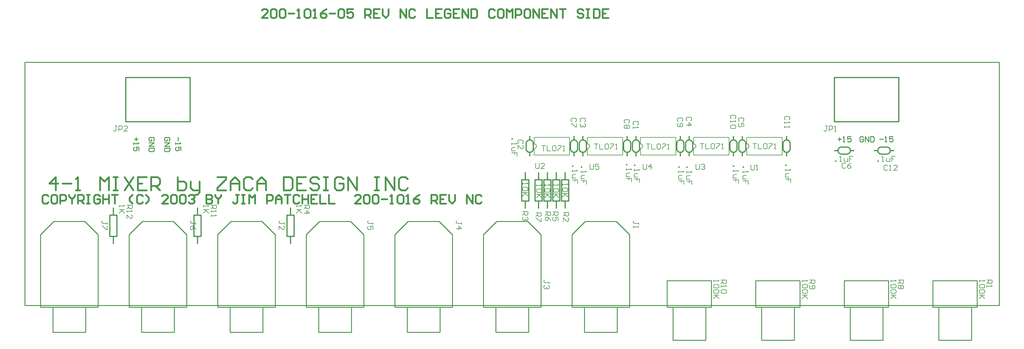
<source format=gto>
*%FSLAX23Y23*%
*%MOIN*%
G01*
%ADD11C,0.006*%
%ADD12C,0.007*%
%ADD13C,0.008*%
%ADD14C,0.010*%
%ADD15C,0.012*%
%ADD16C,0.020*%
%ADD17C,0.036*%
%ADD18C,0.050*%
%ADD19C,0.056*%
%ADD20C,0.060*%
%ADD21C,0.062*%
%ADD22C,0.066*%
%ADD23C,0.068*%
%ADD24C,0.070*%
%ADD25C,0.080*%
%ADD26C,0.090*%
%ADD27C,0.095*%
%ADD28C,0.100*%
%ADD29C,0.115*%
%ADD30C,0.120*%
%ADD31C,0.125*%
%ADD32C,0.126*%
%ADD33C,0.131*%
%ADD34C,0.150*%
%ADD35C,0.156*%
%ADD36R,0.062X0.062*%
%ADD37R,0.068X0.068*%
D11*
X15003Y6728D02*
Y6748D01*
Y6738D02*
Y6728D01*
Y6738D02*
X15063D01*
X15064D01*
X15063D02*
X15053Y6748D01*
Y6698D02*
X15063Y6688D01*
Y6668D01*
X15053Y6658D01*
X15013D01*
X15003Y6668D01*
Y6688D01*
X15013Y6698D01*
X15053D01*
Y6638D02*
X15063Y6628D01*
Y6608D01*
X15053Y6598D01*
X15013D01*
X15003Y6608D01*
Y6628D01*
X15013Y6638D01*
X15053D01*
X15063Y6578D02*
X15003D01*
X15023D01*
X15063Y6538D01*
X15033Y6568D01*
X15003Y6538D01*
X15089Y6748D02*
X15149D01*
Y6718D01*
X15139Y6708D01*
X15119D01*
X15109Y6718D01*
Y6748D01*
Y6728D02*
X15089Y6708D01*
Y6688D02*
Y6668D01*
Y6678D01*
X15149D01*
X15150D01*
X15149D02*
X15139Y6688D01*
X13853Y8088D02*
Y8098D01*
X13863D01*
Y8088D01*
X13853D01*
X13903D02*
X13923D01*
X13913D01*
Y8148D01*
X13914D01*
X13913D02*
X13903Y8138D01*
X13953Y8128D02*
Y8098D01*
X13963Y8088D01*
X13993D01*
Y8128D01*
X14013Y8148D02*
X14053D01*
X14013D02*
Y8118D01*
X14033D01*
X14013D01*
Y8088D01*
X13968Y8038D02*
X13958Y8048D01*
X13938D01*
X13928Y8038D01*
Y7998D01*
X13938Y7988D01*
X13958D01*
X13968Y7998D01*
X13988Y7988D02*
X14008D01*
X13998D01*
Y8048D01*
X13999D01*
X13998D02*
X13988Y8038D01*
X14038Y7988D02*
X14078D01*
X14038D02*
X14078Y8028D01*
Y8038D01*
X14068Y8048D01*
X14048D01*
X14038Y8038D01*
X13378Y8088D02*
Y8098D01*
X13388D01*
Y8088D01*
X13378D01*
X13428D02*
X13448D01*
X13438D01*
Y8148D01*
X13439D01*
X13438D02*
X13428Y8138D01*
X13478Y8128D02*
Y8098D01*
X13488Y8088D01*
X13518D01*
Y8128D01*
X13538Y8148D02*
X13578D01*
X13538D02*
Y8118D01*
X13558D01*
X13538D01*
Y8088D01*
X13493Y8063D02*
X13483Y8073D01*
X13463D01*
X13453Y8063D01*
Y8023D01*
X13463Y8013D01*
X13483D01*
X13493Y8023D01*
X13533Y8063D02*
X13553Y8073D01*
X13533Y8063D02*
X13513Y8043D01*
Y8023D01*
X13523Y8013D01*
X13543D01*
X13553Y8023D01*
Y8033D01*
X13543Y8043D01*
X13513D01*
X13288Y8493D02*
X13268D01*
X13278D01*
Y8443D01*
X13268Y8433D01*
X13258D01*
X13248Y8443D01*
X13308Y8433D02*
Y8493D01*
X13338D01*
X13348Y8483D01*
Y8463D01*
X13338Y8453D01*
X13308D01*
X13368Y8433D02*
X13388D01*
X13378D01*
Y8493D01*
X13379D01*
X13378D02*
X13368Y8483D01*
X12823Y8053D02*
X12813D01*
X12823D02*
Y8043D01*
X12813D01*
Y8053D01*
Y8003D02*
Y7983D01*
Y7993D01*
X12873D01*
X12874D01*
X12873D02*
X12863Y8003D01*
X12853Y7953D02*
X12823D01*
X12813Y7943D01*
Y7913D01*
X12853D01*
X12873Y7893D02*
Y7853D01*
Y7893D02*
X12843D01*
Y7873D01*
Y7893D01*
X12813D01*
X12853Y8558D02*
X12863Y8568D01*
Y8588D01*
X12853Y8598D01*
X12813D01*
X12803Y8588D01*
Y8568D01*
X12813Y8558D01*
X12803Y8538D02*
Y8518D01*
Y8528D01*
X12863D01*
X12864D01*
X12863D02*
X12853Y8538D01*
X12803Y8488D02*
Y8468D01*
Y8478D01*
X12863D01*
X12864D01*
X12863D02*
X12853Y8488D01*
X13003Y6748D02*
Y6728D01*
Y6738D01*
X13063D01*
X13064D01*
X13063D02*
X13053Y6748D01*
Y6698D02*
X13063Y6688D01*
Y6668D01*
X13053Y6658D01*
X13013D01*
X13003Y6668D01*
Y6688D01*
X13013Y6698D01*
X13053D01*
Y6638D02*
X13063Y6628D01*
Y6608D01*
X13053Y6598D01*
X13013D01*
X13003Y6608D01*
Y6628D01*
X13013Y6638D01*
X13053D01*
X13063Y6578D02*
X13003D01*
X13023D01*
X13063Y6538D01*
X13033Y6568D01*
X13003Y6538D01*
X13089Y6748D02*
X13149D01*
Y6718D01*
X13139Y6708D01*
X13119D01*
X13109Y6718D01*
Y6748D01*
Y6728D02*
X13089Y6708D01*
X13099Y6688D02*
X13089Y6678D01*
Y6658D01*
X13099Y6648D01*
X13139D01*
X13149Y6658D01*
Y6678D01*
X13139Y6688D01*
X13129D01*
X13119Y6678D01*
Y6648D01*
X14003Y6728D02*
Y6748D01*
Y6738D02*
Y6728D01*
Y6738D02*
X14063D01*
X14064D01*
X14063D02*
X14053Y6748D01*
Y6698D02*
X14063Y6688D01*
Y6668D01*
X14053Y6658D01*
X14013D01*
X14003Y6668D01*
Y6688D01*
X14013Y6698D01*
X14053D01*
Y6638D02*
X14063Y6628D01*
Y6608D01*
X14053Y6598D01*
X14013D01*
X14003Y6608D01*
Y6628D01*
X14013Y6638D01*
X14053D01*
X14063Y6578D02*
X14003D01*
X14023D01*
X14063Y6538D01*
X14033Y6568D01*
X14003Y6538D01*
X14089Y6748D02*
X14149D01*
Y6718D01*
X14139Y6708D01*
X14119D01*
X14109Y6718D01*
Y6748D01*
Y6728D02*
X14089Y6708D01*
X14139Y6688D02*
X14149Y6678D01*
Y6658D01*
X14139Y6648D01*
X14129D01*
X14119Y6658D01*
X14109Y6648D01*
X14099D01*
X14089Y6658D01*
Y6678D01*
X14099Y6688D01*
X14109D01*
X14119Y6678D01*
X14129Y6688D01*
X14139D01*
X14119Y6678D02*
Y6658D01*
X11118Y8053D02*
X11108D01*
X11118D02*
Y8043D01*
X11108D01*
Y8053D01*
Y8003D02*
Y7983D01*
Y7993D01*
X11168D01*
X11169D01*
X11168D02*
X11158Y8003D01*
X11148Y7953D02*
X11118D01*
X11108Y7943D01*
Y7913D01*
X11148D01*
X11168Y7893D02*
Y7853D01*
Y7893D02*
X11138D01*
Y7873D01*
Y7893D01*
X11108D01*
X11143Y8503D02*
X11153Y8513D01*
Y8533D01*
X11143Y8543D01*
X11103D01*
X11093Y8533D01*
Y8513D01*
X11103Y8503D01*
X11093Y8483D02*
Y8463D01*
Y8473D01*
X11153D01*
X11154D01*
X11153D02*
X11143Y8483D01*
X11243Y8288D02*
X11283D01*
X11263D01*
Y8228D01*
X11303D02*
Y8288D01*
Y8228D02*
X11343D01*
X11363Y8278D02*
X11373Y8288D01*
X11393D01*
X11403Y8278D01*
Y8238D01*
X11393Y8228D01*
X11373D01*
X11363Y8238D01*
Y8278D01*
X11423Y8288D02*
X11463D01*
Y8278D01*
X11423Y8238D01*
Y8228D01*
X11483D02*
X11503D01*
X11493D01*
Y8288D01*
X11494D01*
X11493D02*
X11483Y8278D01*
X11208Y8058D02*
Y8008D01*
X11218Y7998D01*
X11238D01*
X11248Y8008D01*
Y8058D01*
X11298D02*
Y7998D01*
X11268Y8028D02*
X11298Y8058D01*
X11308Y8028D02*
X11268D01*
X11608Y8033D02*
X11618D01*
Y8023D01*
X11608D01*
Y8033D01*
Y7983D02*
Y7963D01*
Y7973D01*
X11668D01*
X11669D01*
X11668D02*
X11658Y7983D01*
X11648Y7933D02*
X11618D01*
X11608Y7923D01*
Y7893D01*
X11648D01*
X11668Y7873D02*
Y7833D01*
Y7873D02*
X11638D01*
Y7853D01*
Y7873D01*
X11608D01*
X11643Y8543D02*
X11653Y8553D01*
Y8573D01*
X11643Y8583D01*
X11603D01*
X11593Y8573D01*
Y8553D01*
X11603Y8543D01*
Y8523D02*
X11593Y8513D01*
Y8493D01*
X11603Y8483D01*
X11643D01*
X11653Y8493D01*
Y8513D01*
X11643Y8523D01*
X11633D01*
X11623Y8513D01*
Y8483D01*
X11698Y8028D02*
X11708D01*
Y8018D01*
X11698D01*
Y8028D01*
Y7978D02*
Y7958D01*
Y7968D01*
X11758D01*
X11759D01*
X11758D02*
X11748Y7978D01*
X11738Y7928D02*
X11708D01*
X11698Y7918D01*
Y7888D01*
X11738D01*
X11758Y7868D02*
Y7828D01*
Y7868D02*
X11728D01*
Y7848D01*
Y7868D01*
X11698D01*
X11743Y8548D02*
X11753Y8558D01*
Y8578D01*
X11743Y8588D01*
X11703D01*
X11693Y8578D01*
Y8558D01*
X11703Y8548D01*
X11693Y8498D02*
X11753D01*
X11723Y8528D01*
Y8488D01*
X11853Y8293D02*
X11893D01*
X11873D01*
Y8233D01*
X11913D02*
Y8293D01*
Y8233D02*
X11953D01*
X11973Y8283D02*
X11983Y8293D01*
X12003D01*
X12013Y8283D01*
Y8243D01*
X12003Y8233D01*
X11983D01*
X11973Y8243D01*
Y8283D01*
X12033Y8293D02*
X12073D01*
Y8283D01*
X12033Y8243D01*
Y8233D01*
X12093D02*
X12113D01*
X12103D01*
Y8293D01*
X12104D01*
X12103D02*
X12093Y8283D01*
X11803Y8058D02*
Y8008D01*
X11813Y7998D01*
X11833D01*
X11843Y8008D01*
Y8058D01*
X11863Y8048D02*
X11873Y8058D01*
X11893D01*
X11903Y8048D01*
Y8038D01*
X11904D01*
X11903D02*
X11904D01*
X11903D02*
X11904D01*
X11903D02*
X11893Y8028D01*
X11883D01*
X11893D01*
X11903Y8018D01*
Y8008D01*
X11893Y7998D01*
X11873D01*
X11863Y8008D01*
X12223Y8043D02*
X12233D01*
Y8033D01*
X12223D01*
Y8043D01*
Y7993D02*
Y7973D01*
Y7983D01*
X12283D01*
X12284D01*
X12283D02*
X12273Y7993D01*
X12263Y7943D02*
X12233D01*
X12223Y7933D01*
Y7903D01*
X12263D01*
X12283Y7883D02*
Y7843D01*
Y7883D02*
X12253D01*
Y7863D01*
Y7883D01*
X12223D01*
X12243Y8573D02*
X12253Y8583D01*
Y8603D01*
X12243Y8613D01*
X12203D01*
X12193Y8603D01*
Y8583D01*
X12203Y8573D01*
X12193Y8553D02*
Y8533D01*
Y8543D01*
X12253D01*
X12254D01*
X12253D02*
X12243Y8553D01*
Y8503D02*
X12253Y8493D01*
Y8473D01*
X12243Y8463D01*
X12203D01*
X12193Y8473D01*
Y8493D01*
X12203Y8503D01*
X12243D01*
X12333Y8033D02*
X12343D01*
Y8023D01*
X12333D01*
Y8033D01*
Y7983D02*
Y7963D01*
Y7973D01*
X12393D01*
X12394D01*
X12393D02*
X12383Y7983D01*
X12373Y7933D02*
X12343D01*
X12333Y7923D01*
Y7893D01*
X12373D01*
X12393Y7873D02*
Y7833D01*
Y7873D02*
X12363D01*
Y7853D01*
Y7873D01*
X12333D01*
X12333Y8543D02*
X12343Y8553D01*
Y8573D01*
X12333Y8583D01*
X12293D01*
X12283Y8573D01*
Y8553D01*
X12293Y8543D01*
X12343Y8523D02*
Y8483D01*
Y8523D02*
X12313D01*
X12323Y8503D01*
Y8493D01*
X12313Y8483D01*
X12293D01*
X12283Y8493D01*
Y8513D01*
X12293Y8523D01*
X12448Y8293D02*
X12488D01*
X12468D01*
Y8233D01*
X12508D02*
Y8293D01*
Y8233D02*
X12548D01*
X12568Y8283D02*
X12578Y8293D01*
X12598D01*
X12608Y8283D01*
Y8243D01*
X12598Y8233D01*
X12578D01*
X12568Y8243D01*
Y8283D01*
X12628Y8293D02*
X12668D01*
Y8283D01*
X12628Y8243D01*
Y8233D01*
X12688D02*
X12708D01*
X12698D01*
Y8293D01*
X12699D01*
X12698D02*
X12688Y8283D01*
X12423Y8053D02*
Y8003D01*
X12433Y7993D01*
X12453D01*
X12463Y8003D01*
Y8053D01*
X12483Y7993D02*
X12503D01*
X12493D01*
Y8053D01*
X12494D01*
X12493D02*
X12483Y8043D01*
X12003Y6748D02*
Y6728D01*
Y6738D01*
X12063D01*
X12064D01*
X12063D02*
X12053Y6748D01*
Y6698D02*
X12063Y6688D01*
Y6668D01*
X12053Y6658D01*
X12013D01*
X12003Y6668D01*
Y6688D01*
X12013Y6698D01*
X12053D01*
Y6638D02*
X12063Y6628D01*
Y6608D01*
X12053Y6598D01*
X12013D01*
X12003Y6608D01*
Y6628D01*
X12013Y6638D01*
X12053D01*
X12063Y6578D02*
X12003D01*
X12023D01*
X12063Y6538D01*
X12033Y6568D01*
X12003Y6538D01*
X12089Y6748D02*
X12149D01*
Y6718D01*
X12139Y6708D01*
X12119D01*
X12109Y6718D01*
Y6748D01*
Y6728D02*
X12089Y6708D01*
Y6688D02*
Y6668D01*
Y6678D01*
X12149D01*
X12150D01*
X12149D02*
X12139Y6688D01*
Y6638D02*
X12149Y6628D01*
Y6608D01*
X12139Y6598D01*
X12099D01*
X12089Y6608D01*
Y6628D01*
X12099Y6638D01*
X12139D01*
X10003Y7808D02*
Y7828D01*
Y7818D02*
Y7808D01*
Y7818D02*
X10063D01*
X10064D01*
X10063D02*
X10053Y7828D01*
Y7778D02*
X10063Y7768D01*
Y7748D01*
X10053Y7738D01*
X10013D01*
X10003Y7748D01*
Y7768D01*
X10013Y7778D01*
X10053D01*
X10063Y7718D02*
X10003D01*
X10023D01*
X10063Y7678D01*
X10033Y7708D01*
X10003Y7678D01*
X9998Y7508D02*
X10058D01*
Y7478D01*
X10048Y7468D01*
X10028D01*
X10018Y7478D01*
Y7508D01*
Y7488D02*
X9998Y7468D01*
X10058Y7448D02*
Y7408D01*
X10048D01*
X10008Y7448D01*
X9998D01*
X9848Y7828D02*
Y7848D01*
Y7838D02*
Y7828D01*
Y7838D02*
X9908D01*
X9909D01*
X9908D02*
X9898Y7848D01*
Y7798D02*
X9908Y7788D01*
Y7768D01*
X9898Y7758D01*
X9858D01*
X9848Y7768D01*
Y7788D01*
X9858Y7798D01*
X9898D01*
X9908Y7738D02*
X9848D01*
X9868D01*
X9908Y7698D01*
X9878Y7728D01*
X9848Y7698D01*
Y7523D02*
X9908D01*
Y7493D01*
X9898Y7483D01*
X9878D01*
X9868Y7493D01*
Y7523D01*
Y7503D02*
X9848Y7483D01*
X9898Y7463D02*
X9908Y7453D01*
Y7433D01*
X9898Y7423D01*
X9888D01*
X9889D01*
X9888D02*
X9889D01*
X9888D02*
X9889D01*
X9888D02*
X9878Y7433D01*
Y7443D01*
Y7433D01*
X9868Y7423D01*
X9858D01*
X9848Y7433D01*
Y7453D01*
X9858Y7463D01*
X10098Y7813D02*
Y7833D01*
Y7823D02*
Y7813D01*
Y7823D02*
X10158D01*
X10159D01*
X10158D02*
X10148Y7833D01*
Y7783D02*
X10158Y7773D01*
Y7753D01*
X10148Y7743D01*
X10108D01*
X10098Y7753D01*
Y7773D01*
X10108Y7783D01*
X10148D01*
X10158Y7723D02*
X10098D01*
X10118D01*
X10158Y7683D01*
X10128Y7713D01*
X10098Y7683D01*
X10103Y7518D02*
X10163D01*
Y7488D01*
X10153Y7478D01*
X10133D01*
X10123Y7488D01*
Y7518D01*
Y7498D02*
X10103Y7478D01*
X10153Y7438D02*
X10163Y7418D01*
X10153Y7438D02*
X10133Y7458D01*
X10113D01*
X10103Y7448D01*
Y7428D01*
X10113Y7418D01*
X10123D01*
X10133Y7428D01*
Y7458D01*
X10193Y7813D02*
Y7833D01*
Y7823D02*
Y7813D01*
Y7823D02*
X10253D01*
X10254D01*
X10253D02*
X10243Y7833D01*
Y7783D02*
X10253Y7773D01*
Y7753D01*
X10243Y7743D01*
X10203D01*
X10193Y7753D01*
Y7773D01*
X10203Y7783D01*
X10243D01*
X10253Y7723D02*
X10193D01*
X10213D01*
X10253Y7683D01*
X10223Y7713D01*
X10193Y7683D01*
X10188Y7518D02*
X10248D01*
Y7488D01*
X10238Y7478D01*
X10218D01*
X10208Y7488D01*
Y7518D01*
Y7498D02*
X10188Y7478D01*
X10248Y7458D02*
Y7418D01*
Y7458D02*
X10218D01*
X10228Y7438D01*
Y7428D01*
X10218Y7418D01*
X10198D01*
X10188Y7428D01*
Y7448D01*
X10198Y7458D01*
X10298Y7818D02*
Y7838D01*
Y7828D02*
Y7818D01*
Y7828D02*
X10358D01*
X10359D01*
X10358D02*
X10348Y7838D01*
Y7788D02*
X10358Y7778D01*
Y7758D01*
X10348Y7748D01*
X10308D01*
X10298Y7758D01*
Y7778D01*
X10308Y7788D01*
X10348D01*
X10358Y7728D02*
X10298D01*
X10318D01*
X10358Y7688D01*
X10328Y7718D01*
X10298Y7688D01*
X10308Y7513D02*
X10368D01*
Y7483D01*
X10358Y7473D01*
X10338D01*
X10328Y7483D01*
Y7513D01*
Y7493D02*
X10308Y7473D01*
Y7453D02*
Y7413D01*
Y7453D02*
X10348Y7413D01*
X10358D01*
X10368Y7423D01*
Y7443D01*
X10358Y7453D01*
X9733Y8348D02*
X9723D01*
X9733D02*
Y8338D01*
X9723D01*
Y8348D01*
Y8298D02*
Y8278D01*
Y8288D01*
X9783D01*
X9784D01*
X9783D02*
X9773Y8298D01*
X9763Y8248D02*
X9733D01*
X9723Y8238D01*
Y8208D01*
X9763D01*
X9783Y8188D02*
Y8148D01*
Y8188D02*
X9753D01*
Y8168D01*
Y8188D01*
X9723D01*
X9843Y8293D02*
X9853Y8303D01*
Y8323D01*
X9843Y8333D01*
X9803D01*
X9793Y8323D01*
Y8303D01*
X9803Y8293D01*
X9793Y8273D02*
Y8233D01*
Y8273D02*
X9833Y8233D01*
X9843D01*
X9853Y8243D01*
Y8263D01*
X9843Y8273D01*
X10063Y8268D02*
X10103D01*
X10083D01*
Y8208D01*
X10123D02*
Y8268D01*
Y8208D02*
X10163D01*
X10183Y8258D02*
X10193Y8268D01*
X10213D01*
X10223Y8258D01*
Y8218D01*
X10213Y8208D01*
X10193D01*
X10183Y8218D01*
Y8258D01*
X10243Y8268D02*
X10283D01*
Y8258D01*
X10243Y8218D01*
Y8208D01*
X10303D02*
X10323D01*
X10313D01*
Y8268D01*
X10314D01*
X10313D02*
X10303Y8258D01*
X9993Y8068D02*
Y8018D01*
X10003Y8008D01*
X10023D01*
X10033Y8018D01*
Y8068D01*
X10053Y8008D02*
X10093D01*
X10053D02*
X10093Y8048D01*
Y8058D01*
X10083Y8068D01*
X10063D01*
X10053Y8058D01*
X10408Y8043D02*
X10418D01*
Y8033D01*
X10408D01*
Y8043D01*
Y7993D02*
Y7973D01*
Y7983D01*
X10468D01*
X10469D01*
X10468D02*
X10458Y7993D01*
X10448Y7943D02*
X10418D01*
X10408Y7933D01*
Y7903D01*
X10448D01*
X10468Y7883D02*
Y7843D01*
Y7883D02*
X10438D01*
Y7863D01*
Y7883D01*
X10408D01*
X10443Y8538D02*
X10453Y8548D01*
Y8568D01*
X10443Y8578D01*
X10403D01*
X10393Y8568D01*
Y8548D01*
X10403Y8538D01*
X10453Y8518D02*
Y8478D01*
X10443D01*
X10403Y8518D01*
X10393D01*
X10508Y8033D02*
X10518D01*
Y8023D01*
X10508D01*
Y8033D01*
Y7983D02*
Y7963D01*
Y7973D01*
X10568D01*
X10569D01*
X10568D02*
X10558Y7983D01*
X10548Y7933D02*
X10518D01*
X10508Y7923D01*
Y7893D01*
X10548D01*
X10568Y7873D02*
Y7833D01*
Y7873D02*
X10538D01*
Y7853D01*
Y7873D01*
X10508D01*
X10548Y8538D02*
X10558Y8548D01*
Y8568D01*
X10548Y8578D01*
X10508D01*
X10498Y8568D01*
Y8548D01*
X10508Y8538D01*
X10548Y8518D02*
X10558Y8508D01*
Y8488D01*
X10548Y8478D01*
X10538D01*
X10539D01*
X10538D02*
X10539D01*
X10538D02*
X10539D01*
X10538D02*
X10528Y8488D01*
Y8498D01*
Y8488D01*
X10518Y8478D01*
X10508D01*
X10498Y8488D01*
Y8508D01*
X10508Y8518D01*
X10658Y8288D02*
X10698D01*
X10678D01*
Y8228D01*
X10718D02*
Y8288D01*
Y8228D02*
X10758D01*
X10778Y8278D02*
X10788Y8288D01*
X10808D01*
X10818Y8278D01*
Y8238D01*
X10808Y8228D01*
X10788D01*
X10778Y8238D01*
Y8278D01*
X10838Y8288D02*
X10878D01*
Y8278D01*
X10838Y8238D01*
Y8228D01*
X10898D02*
X10918D01*
X10908D01*
Y8288D01*
X10909D01*
X10908D02*
X10898Y8278D01*
X10608Y8058D02*
Y8008D01*
X10618Y7998D01*
X10638D01*
X10648Y8008D01*
Y8058D01*
X10668D02*
X10708D01*
X10668D02*
Y8028D01*
X10688Y8038D01*
X10698D01*
X10708Y8028D01*
Y8008D01*
X10698Y7998D01*
X10678D01*
X10668Y8008D01*
X11018Y8058D02*
X11028D01*
Y8048D01*
X11018D01*
Y8058D01*
Y8008D02*
Y7988D01*
Y7998D01*
X11078D01*
X11079D01*
X11078D02*
X11068Y8008D01*
X11058Y7958D02*
X11028D01*
X11018Y7948D01*
Y7918D01*
X11058D01*
X11078Y7898D02*
Y7858D01*
Y7898D02*
X11048D01*
Y7878D01*
Y7898D01*
X11018D01*
X11043Y8523D02*
X11053Y8533D01*
Y8553D01*
X11043Y8563D01*
X11003D01*
X10993Y8553D01*
Y8533D01*
X11003Y8523D01*
X11043Y8503D02*
X11053Y8493D01*
Y8473D01*
X11043Y8463D01*
X11033D01*
X11023Y8473D01*
X11013Y8463D01*
X11003D01*
X10993Y8473D01*
Y8493D01*
X11003Y8503D01*
X11013D01*
X11023Y8493D01*
X11033Y8503D01*
X11043D01*
X11023Y8493D02*
Y8473D01*
X11158Y7398D02*
Y7378D01*
Y7388D02*
Y7398D01*
Y7388D02*
X11108D01*
X11098Y7398D01*
Y7408D01*
X11108Y7418D01*
X11098Y7358D02*
Y7338D01*
Y7348D01*
X11158D01*
X11159D01*
X11158D02*
X11148Y7358D01*
X10148Y6728D02*
Y6708D01*
Y6718D02*
Y6728D01*
Y6718D02*
X10098D01*
X10088Y6728D01*
Y6738D01*
X10098Y6748D01*
X10138Y6688D02*
X10148Y6678D01*
Y6658D01*
X10138Y6648D01*
X10128D01*
X10129D01*
X10128D02*
X10129D01*
X10128D02*
X10129D01*
X10128D02*
X10118Y6658D01*
Y6668D01*
Y6658D01*
X10108Y6648D01*
X10098D01*
X10088Y6658D01*
Y6678D01*
X10098Y6688D01*
X9158Y7378D02*
Y7398D01*
Y7388D01*
X9108D01*
X9098Y7398D01*
Y7408D01*
X9108Y7418D01*
X9098Y7328D02*
X9158D01*
X9128Y7358D01*
Y7318D01*
X7294Y7574D02*
Y7594D01*
Y7584D02*
Y7574D01*
Y7584D02*
X7354D01*
X7355D01*
X7354D02*
X7344Y7594D01*
X7354Y7544D02*
X7294D01*
X7314D01*
X7354Y7504D01*
X7324Y7534D01*
X7294Y7504D01*
X7380Y7594D02*
X7440D01*
Y7564D01*
X7430Y7554D01*
X7410D01*
X7400Y7564D01*
Y7594D01*
Y7574D02*
X7380Y7554D01*
Y7504D02*
X7440D01*
X7410Y7534D01*
Y7494D01*
X7158Y7398D02*
Y7378D01*
Y7388D02*
Y7398D01*
Y7388D02*
X7108D01*
X7098Y7398D01*
Y7408D01*
X7108Y7418D01*
X7098Y7358D02*
Y7318D01*
Y7358D02*
X7138Y7318D01*
X7148D01*
X7158Y7328D01*
Y7348D01*
X7148Y7358D01*
X8158Y7378D02*
Y7398D01*
Y7388D01*
X8108D01*
X8098Y7398D01*
Y7408D01*
X8108Y7418D01*
X8158Y7358D02*
Y7318D01*
Y7358D02*
X8128D01*
X8138Y7338D01*
Y7328D01*
X8128Y7318D01*
X8108D01*
X8098Y7328D01*
Y7348D01*
X8108Y7358D01*
X5294Y7574D02*
Y7594D01*
Y7584D02*
Y7574D01*
Y7584D02*
X5354D01*
X5355D01*
X5354D02*
X5344Y7594D01*
X5354Y7544D02*
X5294D01*
X5314D01*
X5354Y7504D01*
X5324Y7534D01*
X5294Y7504D01*
X5380Y7594D02*
X5440D01*
Y7564D01*
X5430Y7554D01*
X5410D01*
X5400Y7564D01*
Y7594D01*
Y7574D02*
X5380Y7554D01*
Y7534D02*
Y7514D01*
Y7524D01*
X5440D01*
X5441D01*
X5440D02*
X5430Y7534D01*
X5380Y7484D02*
Y7444D01*
Y7484D02*
X5420Y7444D01*
X5430D01*
X5440Y7454D01*
Y7474D01*
X5430Y7484D01*
X6244Y7574D02*
Y7594D01*
Y7584D02*
Y7574D01*
Y7584D02*
X6304D01*
X6305D01*
X6304D02*
X6294Y7594D01*
X6304Y7544D02*
X6244D01*
X6264D01*
X6304Y7504D01*
X6274Y7534D01*
X6244Y7504D01*
X6330Y7594D02*
X6390D01*
Y7564D01*
X6380Y7554D01*
X6360D01*
X6350Y7564D01*
Y7594D01*
Y7574D02*
X6330Y7554D01*
Y7534D02*
Y7514D01*
Y7524D01*
X6390D01*
X6391D01*
X6390D02*
X6380Y7534D01*
X6330Y7484D02*
Y7464D01*
Y7474D01*
X6390D01*
X6391D01*
X6390D02*
X6380Y7484D01*
X5268Y8493D02*
X5248D01*
X5258D01*
Y8443D01*
X5248Y8433D01*
X5238D01*
X5228Y8443D01*
X5288Y8433D02*
Y8493D01*
X5318D01*
X5328Y8483D01*
Y8463D01*
X5318Y8453D01*
X5288D01*
X5348Y8433D02*
X5388D01*
X5348D02*
X5388Y8473D01*
Y8483D01*
X5378Y8493D01*
X5358D01*
X5348Y8483D01*
X6158Y7398D02*
Y7378D01*
Y7388D02*
Y7398D01*
Y7388D02*
X6108D01*
X6098Y7398D01*
Y7408D01*
X6108Y7418D01*
X6148Y7338D02*
X6158Y7318D01*
X6148Y7338D02*
X6128Y7358D01*
X6108D01*
X6098Y7348D01*
Y7328D01*
X6108Y7318D01*
X6118D01*
X6128Y7328D01*
Y7358D01*
X5158Y7378D02*
Y7398D01*
Y7388D01*
X5108D01*
X5098Y7398D01*
Y7408D01*
X5108Y7418D01*
X5158Y7358D02*
Y7318D01*
X5148D01*
X5108Y7358D01*
X5098D01*
D13*
X11178Y8238D02*
X11181Y8238D01*
X11184Y8239D01*
X11188Y8240D01*
X11190Y8241D01*
X11193Y8243D01*
X11196Y8245D01*
X11198Y8248D01*
X11200Y8250D01*
X11201Y8253D01*
X11202Y8257D01*
X11203Y8260D01*
X11203Y8263D01*
X11203Y8266D01*
X11202Y8269D01*
X11201Y8273D01*
X11200Y8276D01*
X11198Y8278D01*
X11196Y8281D01*
X11193Y8283D01*
X11190Y8285D01*
X11188Y8286D01*
X11184Y8287D01*
X11181Y8288D01*
X11178Y8288D01*
Y8238D02*
Y8163D01*
Y8288D02*
Y8363D01*
X11578D02*
Y8163D01*
Y8363D02*
X11178D01*
Y8163D02*
X11578D01*
X11778Y8238D02*
X11781Y8238D01*
X11784Y8239D01*
X11788Y8240D01*
X11790Y8241D01*
X11793Y8243D01*
X11796Y8245D01*
X11798Y8248D01*
X11800Y8250D01*
X11801Y8253D01*
X11802Y8257D01*
X11803Y8260D01*
X11803Y8263D01*
X11803Y8266D01*
X11802Y8269D01*
X11801Y8273D01*
X11800Y8276D01*
X11798Y8278D01*
X11796Y8281D01*
X11793Y8283D01*
X11790Y8285D01*
X11788Y8286D01*
X11784Y8287D01*
X11781Y8288D01*
X11778Y8288D01*
Y8238D02*
Y8163D01*
Y8288D02*
Y8363D01*
X12178D02*
Y8163D01*
Y8363D02*
X11778D01*
Y8163D02*
X12178D01*
X12378Y8238D02*
X12381Y8238D01*
X12384Y8239D01*
X12388Y8240D01*
X12390Y8241D01*
X12393Y8243D01*
X12396Y8245D01*
X12398Y8248D01*
X12400Y8250D01*
X12401Y8253D01*
X12402Y8257D01*
X12403Y8260D01*
X12403Y8263D01*
X12403Y8266D01*
X12402Y8269D01*
X12401Y8273D01*
X12400Y8276D01*
X12398Y8278D01*
X12396Y8281D01*
X12393Y8283D01*
X12390Y8285D01*
X12388Y8286D01*
X12384Y8287D01*
X12381Y8288D01*
X12378Y8288D01*
Y8238D02*
Y8163D01*
Y8288D02*
Y8363D01*
X12778D02*
Y8163D01*
Y8363D02*
X12378D01*
Y8163D02*
X12778D01*
X9978Y8238D02*
X9981Y8238D01*
X9984Y8239D01*
X9988Y8240D01*
X9990Y8241D01*
X9993Y8243D01*
X9996Y8245D01*
X9998Y8248D01*
X10000Y8250D01*
X10001Y8253D01*
X10002Y8257D01*
X10003Y8260D01*
X10003Y8263D01*
X10003Y8266D01*
X10002Y8269D01*
X10001Y8273D01*
X10000Y8276D01*
X9998Y8278D01*
X9996Y8281D01*
X9993Y8283D01*
X9990Y8285D01*
X9988Y8286D01*
X9984Y8287D01*
X9981Y8288D01*
X9978Y8288D01*
Y8238D02*
Y8163D01*
Y8288D02*
Y8363D01*
X10378D02*
Y8163D01*
Y8363D02*
X9978D01*
Y8163D02*
X10378D01*
X10578Y8238D02*
X10581Y8238D01*
X10584Y8239D01*
X10588Y8240D01*
X10590Y8241D01*
X10593Y8243D01*
X10596Y8245D01*
X10598Y8248D01*
X10600Y8250D01*
X10601Y8253D01*
X10602Y8257D01*
X10603Y8260D01*
X10603Y8263D01*
X10603Y8266D01*
X10602Y8269D01*
X10601Y8273D01*
X10600Y8276D01*
X10598Y8278D01*
X10596Y8281D01*
X10593Y8283D01*
X10590Y8285D01*
X10588Y8286D01*
X10584Y8287D01*
X10581Y8288D01*
X10578Y8288D01*
Y8238D02*
Y8163D01*
Y8288D02*
Y8363D01*
X10978D02*
Y8163D01*
Y8363D02*
X10578D01*
Y8163D02*
X10978D01*
D14*
X5483Y8323D02*
Y8363D01*
X5503Y8343D02*
X5463D01*
X5453Y8303D02*
Y8283D01*
Y8293D01*
X5513D01*
X5514D01*
X5513D02*
X5503Y8303D01*
X5513Y8253D02*
Y8213D01*
Y8253D02*
X5483D01*
X5493Y8233D01*
Y8223D01*
X5483Y8213D01*
X5463D01*
X5453Y8223D01*
Y8243D01*
X5463Y8253D01*
X13403Y8343D02*
X13443D01*
X13423Y8363D02*
Y8323D01*
X13463Y8313D02*
X13483D01*
X13473D01*
Y8373D01*
X13474D01*
X13473D02*
X13463Y8363D01*
X13513Y8373D02*
X13553D01*
X13513D02*
Y8343D01*
X13533Y8353D01*
X13543D01*
X13553Y8343D01*
Y8323D01*
X13543Y8313D01*
X13523D01*
X13513Y8323D01*
X13878Y8343D02*
X13918D01*
X13938Y8313D02*
X13958D01*
X13948D01*
Y8373D01*
X13949D01*
X13948D02*
X13938Y8363D01*
X13988Y8373D02*
X14028D01*
X13988D02*
Y8343D01*
X14008Y8353D01*
X14018D01*
X14028Y8343D01*
Y8323D01*
X14018Y8313D01*
X13998D01*
X13988Y8323D01*
X5958Y8323D02*
Y8363D01*
X5928Y8303D02*
Y8283D01*
Y8293D01*
X5988D01*
X5989D01*
X5988D02*
X5978Y8303D01*
X5988Y8253D02*
Y8213D01*
Y8253D02*
X5958D01*
X5968Y8233D01*
Y8223D01*
X5958Y8213D01*
X5938D01*
X5928Y8223D01*
Y8243D01*
X5938Y8253D01*
X5688Y8333D02*
X5678Y8323D01*
X5688Y8333D02*
Y8353D01*
X5678Y8363D01*
X5638D01*
X5628Y8353D01*
Y8333D01*
X5638Y8323D01*
X5658D01*
Y8343D01*
X5628Y8303D02*
X5688D01*
X5628Y8263D01*
X5688D01*
Y8243D02*
X5628D01*
Y8213D01*
X5638Y8203D01*
X5678D01*
X5688Y8213D01*
Y8243D01*
X5853Y8323D02*
X5863Y8333D01*
Y8353D01*
X5853Y8363D01*
X5813D01*
X5803Y8353D01*
Y8333D01*
X5813Y8323D01*
X5833D01*
Y8343D01*
X5803Y8303D02*
X5863D01*
X5803Y8263D01*
X5863D01*
Y8243D02*
X5803D01*
Y8213D01*
X5813Y8203D01*
X5853D01*
X5863Y8213D01*
Y8243D01*
X13683Y8373D02*
X13693Y8363D01*
X13683Y8373D02*
X13663D01*
X13653Y8363D01*
Y8323D01*
X13663Y8313D01*
X13683D01*
X13693Y8323D01*
Y8343D01*
X13673D01*
X13713Y8313D02*
Y8373D01*
X13753Y8313D01*
Y8373D01*
X13773D02*
Y8313D01*
X13803D01*
X13813Y8323D01*
Y8363D01*
X13803Y8373D01*
X13773D01*
X14978Y6743D02*
Y6443D01*
X14478D02*
Y6743D01*
X14913Y6443D02*
Y6068D01*
X14543D02*
Y6443D01*
X14478D02*
X14978D01*
Y6743D02*
X14478D01*
X14543Y6068D02*
X14913D01*
X12978Y6443D02*
Y6743D01*
X12478D02*
Y6443D01*
X12913D02*
Y6068D01*
X12543D02*
Y6443D01*
X12478D02*
X12978D01*
Y6743D02*
X12478D01*
X12543Y6068D02*
X12913D01*
X13978Y6443D02*
Y6743D01*
X13478D02*
Y6443D01*
X13913D02*
Y6068D01*
X13543D02*
Y6443D01*
X13478D02*
X13978D01*
Y6743D02*
X13478D01*
X13543Y6068D02*
X13913D01*
X11978Y6443D02*
Y6743D01*
X11478D02*
Y6443D01*
X11913D02*
Y6068D01*
X11543D02*
Y6443D01*
X11478D02*
X11978D01*
Y6743D02*
X11478D01*
X11543Y6068D02*
X11913D01*
X11053Y7263D02*
X10903Y7413D01*
X10553D02*
X10403Y7263D01*
Y6441D01*
X11053D02*
Y7263D01*
X10913Y6438D02*
Y6158D01*
X10543D02*
Y6438D01*
X10553Y7413D02*
X10903D01*
X11053Y6441D02*
X10403D01*
X10543Y6158D02*
X10913D01*
X10053Y7263D02*
X9903Y7413D01*
X9553D02*
X9403Y7263D01*
Y6441D01*
X10053D02*
Y7263D01*
X9913Y6438D02*
Y6158D01*
X9543D02*
Y6438D01*
X9553Y7413D02*
X9903D01*
X10053Y6441D02*
X9403D01*
X9543Y6158D02*
X9913D01*
X9053Y7263D02*
X8903Y7413D01*
X8553D02*
X8403Y7263D01*
Y6441D01*
X9053D02*
Y7263D01*
X8913Y6438D02*
Y6158D01*
X8543D02*
Y6438D01*
X8553Y7413D02*
X8903D01*
X9053Y6441D02*
X8403D01*
X8543Y6158D02*
X8913D01*
X7053Y7263D02*
X6903Y7413D01*
X6553D02*
X6403Y7263D01*
Y6441D01*
X7053D02*
Y7263D01*
X6913Y6438D02*
Y6158D01*
X6543D02*
Y6438D01*
X6553Y7413D02*
X6903D01*
X7053Y6441D02*
X6403D01*
X6543Y6158D02*
X6913D01*
X8053Y7263D02*
X7903Y7413D01*
X7553D02*
X7403Y7263D01*
Y6441D01*
X8053D02*
Y7263D01*
X7913Y6438D02*
Y6158D01*
X7543D02*
Y6438D01*
X7553Y7413D02*
X7903D01*
X8053Y6441D02*
X7403D01*
X7543Y6158D02*
X7913D01*
X6053Y7263D02*
X5903Y7413D01*
X5553D02*
X5403Y7263D01*
Y6441D01*
X6053D02*
Y7263D01*
X5913Y6438D02*
Y6158D01*
X5543D02*
Y6438D01*
X5553Y7413D02*
X5903D01*
X6053Y6441D02*
X5403D01*
X5543Y6158D02*
X5913D01*
X5053Y7263D02*
X4903Y7413D01*
X4553D02*
X4403Y7263D01*
Y6441D01*
X5053D02*
Y7263D01*
X4913Y6438D02*
Y6158D01*
X4543D02*
Y6438D01*
X4553Y7413D02*
X4903D01*
X5053Y6441D02*
X4403D01*
X4543Y6158D02*
X4913D01*
X4228Y6463D02*
X15228D01*
Y9213D02*
X4228D01*
X15228D02*
Y6463D01*
X4228D02*
Y9213D01*
D15*
X13898Y8253D02*
X13895Y8253D01*
X13892Y8252D01*
X13888Y8252D01*
X13885Y8251D01*
X13882Y8250D01*
X13879Y8248D01*
X13877Y8247D01*
X13874Y8245D01*
X13871Y8243D01*
X13869Y8241D01*
X13867Y8238D01*
X13865Y8236D01*
X13863Y8233D01*
X13862Y8230D01*
X13861Y8227D01*
X13860Y8224D01*
X13859Y8221D01*
X13858Y8218D01*
X13858Y8215D01*
Y8211D01*
X13858Y8208D01*
X13859Y8205D01*
X13860Y8202D01*
X13861Y8199D01*
X13862Y8196D01*
X13863Y8193D01*
X13865Y8190D01*
X13867Y8188D01*
X13869Y8185D01*
X13871Y8183D01*
X13874Y8181D01*
X13877Y8179D01*
X13879Y8178D01*
X13882Y8176D01*
X13885Y8175D01*
X13888Y8174D01*
X13892Y8174D01*
X13895Y8173D01*
X13898Y8173D01*
X13958D02*
X13961Y8173D01*
X13964Y8174D01*
X13968Y8174D01*
X13971Y8175D01*
X13974Y8176D01*
X13977Y8178D01*
X13979Y8179D01*
X13982Y8181D01*
X13985Y8183D01*
X13987Y8185D01*
X13989Y8188D01*
X13991Y8190D01*
X13993Y8193D01*
X13994Y8196D01*
X13995Y8199D01*
X13996Y8202D01*
X13997Y8205D01*
X13998Y8208D01*
X13998Y8211D01*
Y8215D01*
X13998Y8218D01*
X13997Y8221D01*
X13996Y8224D01*
X13995Y8227D01*
X13994Y8230D01*
X13993Y8233D01*
X13991Y8236D01*
X13989Y8238D01*
X13987Y8241D01*
X13985Y8243D01*
X13982Y8245D01*
X13979Y8247D01*
X13977Y8248D01*
X13974Y8250D01*
X13971Y8251D01*
X13968Y8252D01*
X13964Y8252D01*
X13961Y8253D01*
X13958Y8253D01*
X13858Y8213D02*
X13818D01*
X13998D02*
X14038D01*
X13958Y8173D02*
X13898D01*
Y8253D02*
X13958D01*
X13508D02*
X13511Y8253D01*
X13514Y8252D01*
X13518Y8252D01*
X13521Y8251D01*
X13524Y8250D01*
X13527Y8248D01*
X13529Y8247D01*
X13532Y8245D01*
X13535Y8243D01*
X13537Y8241D01*
X13539Y8238D01*
X13541Y8236D01*
X13543Y8233D01*
X13544Y8230D01*
X13545Y8227D01*
X13546Y8224D01*
X13547Y8221D01*
X13548Y8218D01*
X13548Y8215D01*
Y8211D01*
X13548Y8208D01*
X13547Y8205D01*
X13546Y8202D01*
X13545Y8199D01*
X13544Y8196D01*
X13543Y8193D01*
X13541Y8190D01*
X13539Y8188D01*
X13537Y8185D01*
X13535Y8183D01*
X13532Y8181D01*
X13529Y8179D01*
X13527Y8178D01*
X13524Y8176D01*
X13521Y8175D01*
X13518Y8174D01*
X13514Y8174D01*
X13511Y8173D01*
X13508Y8173D01*
X13448D02*
X13445Y8173D01*
X13442Y8174D01*
X13438Y8174D01*
X13435Y8175D01*
X13432Y8176D01*
X13429Y8178D01*
X13427Y8179D01*
X13424Y8181D01*
X13421Y8183D01*
X13419Y8185D01*
X13417Y8188D01*
X13415Y8190D01*
X13413Y8193D01*
X13412Y8196D01*
X13411Y8199D01*
X13410Y8202D01*
X13409Y8205D01*
X13408Y8208D01*
X13408Y8211D01*
Y8215D01*
X13408Y8218D01*
X13409Y8221D01*
X13410Y8224D01*
X13411Y8227D01*
X13412Y8230D01*
X13413Y8233D01*
X13415Y8236D01*
X13417Y8238D01*
X13419Y8241D01*
X13421Y8243D01*
X13424Y8245D01*
X13427Y8247D01*
X13429Y8248D01*
X13432Y8250D01*
X13435Y8251D01*
X13438Y8252D01*
X13442Y8252D01*
X13445Y8253D01*
X13448Y8253D01*
X13548Y8213D02*
X13588D01*
X13408D02*
X13368D01*
X13448Y8253D02*
X13508D01*
Y8173D02*
X13448D01*
X13369Y8538D02*
Y9038D01*
X14094D02*
Y8538D01*
X13369D01*
Y9038D02*
X14094D01*
X12868Y8293D02*
X12868Y8296D01*
X12867Y8299D01*
X12867Y8303D01*
X12866Y8306D01*
X12865Y8309D01*
X12863Y8312D01*
X12862Y8314D01*
X12860Y8317D01*
X12858Y8320D01*
X12856Y8322D01*
X12853Y8324D01*
X12851Y8326D01*
X12848Y8328D01*
X12845Y8329D01*
X12842Y8330D01*
X12839Y8331D01*
X12836Y8332D01*
X12833Y8333D01*
X12830Y8333D01*
X12826D01*
X12823Y8333D01*
X12820Y8332D01*
X12817Y8331D01*
X12814Y8330D01*
X12811Y8329D01*
X12808Y8328D01*
X12805Y8326D01*
X12803Y8324D01*
X12800Y8322D01*
X12798Y8320D01*
X12796Y8317D01*
X12794Y8314D01*
X12793Y8312D01*
X12791Y8309D01*
X12790Y8306D01*
X12789Y8303D01*
X12789Y8299D01*
X12788Y8296D01*
X12788Y8293D01*
Y8233D02*
X12788Y8230D01*
X12789Y8227D01*
X12789Y8223D01*
X12790Y8220D01*
X12791Y8217D01*
X12793Y8214D01*
X12794Y8212D01*
X12796Y8209D01*
X12798Y8206D01*
X12800Y8204D01*
X12803Y8202D01*
X12805Y8200D01*
X12808Y8198D01*
X12811Y8197D01*
X12814Y8196D01*
X12817Y8195D01*
X12820Y8194D01*
X12823Y8193D01*
X12826Y8193D01*
X12830D01*
X12833Y8193D01*
X12836Y8194D01*
X12839Y8195D01*
X12842Y8196D01*
X12845Y8197D01*
X12848Y8198D01*
X12851Y8200D01*
X12853Y8202D01*
X12856Y8204D01*
X12858Y8206D01*
X12860Y8209D01*
X12862Y8212D01*
X12863Y8214D01*
X12865Y8217D01*
X12866Y8220D01*
X12867Y8223D01*
X12867Y8227D01*
X12868Y8230D01*
X12868Y8233D01*
X12828Y8333D02*
Y8373D01*
Y8193D02*
Y8153D01*
X12788Y8233D02*
Y8293D01*
X12868D02*
Y8233D01*
X11168D02*
X11168Y8230D01*
X11167Y8227D01*
X11167Y8223D01*
X11166Y8220D01*
X11165Y8217D01*
X11163Y8214D01*
X11162Y8212D01*
X11160Y8209D01*
X11158Y8206D01*
X11156Y8204D01*
X11153Y8202D01*
X11151Y8200D01*
X11148Y8198D01*
X11145Y8197D01*
X11142Y8196D01*
X11139Y8195D01*
X11136Y8194D01*
X11133Y8193D01*
X11130Y8193D01*
X11126D01*
X11123Y8193D01*
X11120Y8194D01*
X11117Y8195D01*
X11114Y8196D01*
X11111Y8197D01*
X11108Y8198D01*
X11105Y8200D01*
X11103Y8202D01*
X11100Y8204D01*
X11098Y8206D01*
X11096Y8209D01*
X11094Y8212D01*
X11093Y8214D01*
X11091Y8217D01*
X11090Y8220D01*
X11089Y8223D01*
X11089Y8227D01*
X11088Y8230D01*
X11088Y8233D01*
Y8293D02*
X11088Y8296D01*
X11089Y8299D01*
X11089Y8303D01*
X11090Y8306D01*
X11091Y8309D01*
X11093Y8312D01*
X11094Y8314D01*
X11096Y8317D01*
X11098Y8320D01*
X11100Y8322D01*
X11103Y8324D01*
X11105Y8326D01*
X11108Y8328D01*
X11111Y8329D01*
X11114Y8330D01*
X11117Y8331D01*
X11120Y8332D01*
X11123Y8333D01*
X11126Y8333D01*
X11130D01*
X11133Y8333D01*
X11136Y8332D01*
X11139Y8331D01*
X11142Y8330D01*
X11145Y8329D01*
X11148Y8328D01*
X11151Y8326D01*
X11153Y8324D01*
X11156Y8322D01*
X11158Y8320D01*
X11160Y8317D01*
X11162Y8314D01*
X11163Y8312D01*
X11165Y8309D01*
X11166Y8306D01*
X11167Y8303D01*
X11167Y8299D01*
X11168Y8296D01*
X11168Y8293D01*
X11128Y8193D02*
Y8153D01*
Y8333D02*
Y8373D01*
X11168Y8293D02*
Y8233D01*
X11088D02*
Y8293D01*
X11588D02*
X11588Y8296D01*
X11589Y8299D01*
X11589Y8303D01*
X11590Y8306D01*
X11591Y8309D01*
X11593Y8312D01*
X11594Y8314D01*
X11596Y8317D01*
X11598Y8320D01*
X11600Y8322D01*
X11603Y8324D01*
X11605Y8326D01*
X11608Y8328D01*
X11611Y8329D01*
X11614Y8330D01*
X11617Y8331D01*
X11620Y8332D01*
X11623Y8333D01*
X11626Y8333D01*
X11630D01*
X11633Y8333D01*
X11636Y8332D01*
X11639Y8331D01*
X11642Y8330D01*
X11645Y8329D01*
X11648Y8328D01*
X11651Y8326D01*
X11653Y8324D01*
X11656Y8322D01*
X11658Y8320D01*
X11660Y8317D01*
X11662Y8314D01*
X11663Y8312D01*
X11665Y8309D01*
X11666Y8306D01*
X11667Y8303D01*
X11667Y8299D01*
X11668Y8296D01*
X11668Y8293D01*
Y8233D02*
X11668Y8230D01*
X11667Y8227D01*
X11667Y8223D01*
X11666Y8220D01*
X11665Y8217D01*
X11663Y8214D01*
X11662Y8212D01*
X11660Y8209D01*
X11658Y8206D01*
X11656Y8204D01*
X11653Y8202D01*
X11651Y8200D01*
X11648Y8198D01*
X11645Y8197D01*
X11642Y8196D01*
X11639Y8195D01*
X11636Y8194D01*
X11633Y8193D01*
X11630Y8193D01*
X11626D01*
X11623Y8193D01*
X11620Y8194D01*
X11617Y8195D01*
X11614Y8196D01*
X11611Y8197D01*
X11608Y8198D01*
X11605Y8200D01*
X11603Y8202D01*
X11600Y8204D01*
X11598Y8206D01*
X11596Y8209D01*
X11594Y8212D01*
X11593Y8214D01*
X11591Y8217D01*
X11590Y8220D01*
X11589Y8223D01*
X11589Y8227D01*
X11588Y8230D01*
X11588Y8233D01*
X11628Y8333D02*
Y8373D01*
Y8193D02*
Y8153D01*
X11588Y8233D02*
Y8293D01*
X11668D02*
Y8233D01*
X11688D02*
X11688Y8230D01*
X11689Y8227D01*
X11689Y8223D01*
X11690Y8220D01*
X11691Y8217D01*
X11693Y8214D01*
X11694Y8212D01*
X11696Y8209D01*
X11698Y8206D01*
X11700Y8204D01*
X11703Y8202D01*
X11705Y8200D01*
X11708Y8198D01*
X11711Y8197D01*
X11714Y8196D01*
X11717Y8195D01*
X11720Y8194D01*
X11723Y8193D01*
X11726Y8193D01*
X11730D01*
X11733Y8193D01*
X11736Y8194D01*
X11739Y8195D01*
X11742Y8196D01*
X11745Y8197D01*
X11748Y8198D01*
X11751Y8200D01*
X11753Y8202D01*
X11756Y8204D01*
X11758Y8206D01*
X11760Y8209D01*
X11762Y8212D01*
X11763Y8214D01*
X11765Y8217D01*
X11766Y8220D01*
X11767Y8223D01*
X11767Y8227D01*
X11768Y8230D01*
X11768Y8233D01*
Y8293D02*
X11768Y8296D01*
X11767Y8299D01*
X11767Y8303D01*
X11766Y8306D01*
X11765Y8309D01*
X11763Y8312D01*
X11762Y8314D01*
X11760Y8317D01*
X11758Y8320D01*
X11756Y8322D01*
X11753Y8324D01*
X11751Y8326D01*
X11748Y8328D01*
X11745Y8329D01*
X11742Y8330D01*
X11739Y8331D01*
X11736Y8332D01*
X11733Y8333D01*
X11730Y8333D01*
X11726D01*
X11723Y8333D01*
X11720Y8332D01*
X11717Y8331D01*
X11714Y8330D01*
X11711Y8329D01*
X11708Y8328D01*
X11705Y8326D01*
X11703Y8324D01*
X11700Y8322D01*
X11698Y8320D01*
X11696Y8317D01*
X11694Y8314D01*
X11693Y8312D01*
X11691Y8309D01*
X11690Y8306D01*
X11689Y8303D01*
X11689Y8299D01*
X11688Y8296D01*
X11688Y8293D01*
X11728Y8193D02*
Y8153D01*
Y8333D02*
Y8373D01*
X11768Y8293D02*
Y8233D01*
X11688D02*
Y8293D01*
X12188D02*
X12188Y8296D01*
X12189Y8299D01*
X12189Y8303D01*
X12190Y8306D01*
X12191Y8309D01*
X12193Y8312D01*
X12194Y8314D01*
X12196Y8317D01*
X12198Y8320D01*
X12200Y8322D01*
X12203Y8324D01*
X12205Y8326D01*
X12208Y8328D01*
X12211Y8329D01*
X12214Y8330D01*
X12217Y8331D01*
X12220Y8332D01*
X12223Y8333D01*
X12226Y8333D01*
X12230D01*
X12233Y8333D01*
X12236Y8332D01*
X12239Y8331D01*
X12242Y8330D01*
X12245Y8329D01*
X12248Y8328D01*
X12251Y8326D01*
X12253Y8324D01*
X12256Y8322D01*
X12258Y8320D01*
X12260Y8317D01*
X12262Y8314D01*
X12263Y8312D01*
X12265Y8309D01*
X12266Y8306D01*
X12267Y8303D01*
X12267Y8299D01*
X12268Y8296D01*
X12268Y8293D01*
Y8233D02*
X12268Y8230D01*
X12267Y8227D01*
X12267Y8223D01*
X12266Y8220D01*
X12265Y8217D01*
X12263Y8214D01*
X12262Y8212D01*
X12260Y8209D01*
X12258Y8206D01*
X12256Y8204D01*
X12253Y8202D01*
X12251Y8200D01*
X12248Y8198D01*
X12245Y8197D01*
X12242Y8196D01*
X12239Y8195D01*
X12236Y8194D01*
X12233Y8193D01*
X12230Y8193D01*
X12226D01*
X12223Y8193D01*
X12220Y8194D01*
X12217Y8195D01*
X12214Y8196D01*
X12211Y8197D01*
X12208Y8198D01*
X12205Y8200D01*
X12203Y8202D01*
X12200Y8204D01*
X12198Y8206D01*
X12196Y8209D01*
X12194Y8212D01*
X12193Y8214D01*
X12191Y8217D01*
X12190Y8220D01*
X12189Y8223D01*
X12189Y8227D01*
X12188Y8230D01*
X12188Y8233D01*
X12228Y8333D02*
Y8373D01*
Y8193D02*
Y8153D01*
X12188Y8233D02*
Y8293D01*
X12268D02*
Y8233D01*
X12288D02*
X12288Y8230D01*
X12289Y8227D01*
X12289Y8223D01*
X12290Y8220D01*
X12291Y8217D01*
X12293Y8214D01*
X12294Y8212D01*
X12296Y8209D01*
X12298Y8206D01*
X12300Y8204D01*
X12303Y8202D01*
X12305Y8200D01*
X12308Y8198D01*
X12311Y8197D01*
X12314Y8196D01*
X12317Y8195D01*
X12320Y8194D01*
X12323Y8193D01*
X12326Y8193D01*
X12330D01*
X12333Y8193D01*
X12336Y8194D01*
X12339Y8195D01*
X12342Y8196D01*
X12345Y8197D01*
X12348Y8198D01*
X12351Y8200D01*
X12353Y8202D01*
X12356Y8204D01*
X12358Y8206D01*
X12360Y8209D01*
X12362Y8212D01*
X12363Y8214D01*
X12365Y8217D01*
X12366Y8220D01*
X12367Y8223D01*
X12367Y8227D01*
X12368Y8230D01*
X12368Y8233D01*
Y8293D02*
X12368Y8296D01*
X12367Y8299D01*
X12367Y8303D01*
X12366Y8306D01*
X12365Y8309D01*
X12363Y8312D01*
X12362Y8314D01*
X12360Y8317D01*
X12358Y8320D01*
X12356Y8322D01*
X12353Y8324D01*
X12351Y8326D01*
X12348Y8328D01*
X12345Y8329D01*
X12342Y8330D01*
X12339Y8331D01*
X12336Y8332D01*
X12333Y8333D01*
X12330Y8333D01*
X12326D01*
X12323Y8333D01*
X12320Y8332D01*
X12317Y8331D01*
X12314Y8330D01*
X12311Y8329D01*
X12308Y8328D01*
X12305Y8326D01*
X12303Y8324D01*
X12300Y8322D01*
X12298Y8320D01*
X12296Y8317D01*
X12294Y8314D01*
X12293Y8312D01*
X12291Y8309D01*
X12290Y8306D01*
X12289Y8303D01*
X12289Y8299D01*
X12288Y8296D01*
X12288Y8293D01*
X12328Y8193D02*
Y8153D01*
Y8333D02*
Y8373D01*
X12368Y8293D02*
Y8233D01*
X12288D02*
Y8293D01*
X9988Y7883D02*
Y7643D01*
X10068D02*
Y7883D01*
X10028Y7643D02*
Y7563D01*
Y7883D02*
Y7963D01*
X9988Y7643D02*
X10068D01*
Y7883D02*
X9988D01*
X9838D02*
Y7643D01*
X9918D02*
Y7883D01*
X9878Y7643D02*
Y7563D01*
Y7883D02*
Y7963D01*
X9838Y7643D02*
X9918D01*
Y7883D02*
X9838D01*
X10088D02*
Y7643D01*
X10168D02*
Y7883D01*
X10128Y7643D02*
Y7563D01*
Y7883D02*
Y7963D01*
X10088Y7643D02*
X10168D01*
Y7883D02*
X10088D01*
X10188D02*
Y7643D01*
X10268D02*
Y7883D01*
X10228Y7643D02*
Y7563D01*
Y7883D02*
Y7963D01*
X10188Y7643D02*
X10268D01*
Y7883D02*
X10188D01*
X10288D02*
Y7643D01*
X10368D02*
Y7883D01*
X10328Y7643D02*
Y7563D01*
Y7883D02*
Y7963D01*
X10288Y7643D02*
X10368D01*
Y7883D02*
X10288D01*
X9968Y8233D02*
X9968Y8230D01*
X9967Y8227D01*
X9967Y8223D01*
X9966Y8220D01*
X9965Y8217D01*
X9963Y8214D01*
X9962Y8212D01*
X9960Y8209D01*
X9958Y8206D01*
X9956Y8204D01*
X9953Y8202D01*
X9951Y8200D01*
X9948Y8198D01*
X9945Y8197D01*
X9942Y8196D01*
X9939Y8195D01*
X9936Y8194D01*
X9933Y8193D01*
X9930Y8193D01*
X9926D01*
X9923Y8193D01*
X9920Y8194D01*
X9917Y8195D01*
X9914Y8196D01*
X9911Y8197D01*
X9908Y8198D01*
X9905Y8200D01*
X9903Y8202D01*
X9900Y8204D01*
X9898Y8206D01*
X9896Y8209D01*
X9894Y8212D01*
X9893Y8214D01*
X9891Y8217D01*
X9890Y8220D01*
X9889Y8223D01*
X9889Y8227D01*
X9888Y8230D01*
X9888Y8233D01*
Y8293D02*
X9888Y8296D01*
X9889Y8299D01*
X9889Y8303D01*
X9890Y8306D01*
X9891Y8309D01*
X9893Y8312D01*
X9894Y8314D01*
X9896Y8317D01*
X9898Y8320D01*
X9900Y8322D01*
X9903Y8324D01*
X9905Y8326D01*
X9908Y8328D01*
X9911Y8329D01*
X9914Y8330D01*
X9917Y8331D01*
X9920Y8332D01*
X9923Y8333D01*
X9926Y8333D01*
X9930D01*
X9933Y8333D01*
X9936Y8332D01*
X9939Y8331D01*
X9942Y8330D01*
X9945Y8329D01*
X9948Y8328D01*
X9951Y8326D01*
X9953Y8324D01*
X9956Y8322D01*
X9958Y8320D01*
X9960Y8317D01*
X9962Y8314D01*
X9963Y8312D01*
X9965Y8309D01*
X9966Y8306D01*
X9967Y8303D01*
X9967Y8299D01*
X9968Y8296D01*
X9968Y8293D01*
X9928Y8193D02*
Y8153D01*
Y8333D02*
Y8373D01*
X9968Y8293D02*
Y8233D01*
X9888D02*
Y8293D01*
X10388D02*
X10388Y8296D01*
X10389Y8299D01*
X10389Y8303D01*
X10390Y8306D01*
X10391Y8309D01*
X10393Y8312D01*
X10394Y8314D01*
X10396Y8317D01*
X10398Y8320D01*
X10400Y8322D01*
X10403Y8324D01*
X10405Y8326D01*
X10408Y8328D01*
X10411Y8329D01*
X10414Y8330D01*
X10417Y8331D01*
X10420Y8332D01*
X10423Y8333D01*
X10426Y8333D01*
X10430D01*
X10433Y8333D01*
X10436Y8332D01*
X10439Y8331D01*
X10442Y8330D01*
X10445Y8329D01*
X10448Y8328D01*
X10451Y8326D01*
X10453Y8324D01*
X10456Y8322D01*
X10458Y8320D01*
X10460Y8317D01*
X10462Y8314D01*
X10463Y8312D01*
X10465Y8309D01*
X10466Y8306D01*
X10467Y8303D01*
X10467Y8299D01*
X10468Y8296D01*
X10468Y8293D01*
Y8233D02*
X10468Y8230D01*
X10467Y8227D01*
X10467Y8223D01*
X10466Y8220D01*
X10465Y8217D01*
X10463Y8214D01*
X10462Y8212D01*
X10460Y8209D01*
X10458Y8206D01*
X10456Y8204D01*
X10453Y8202D01*
X10451Y8200D01*
X10448Y8198D01*
X10445Y8197D01*
X10442Y8196D01*
X10439Y8195D01*
X10436Y8194D01*
X10433Y8193D01*
X10430Y8193D01*
X10426D01*
X10423Y8193D01*
X10420Y8194D01*
X10417Y8195D01*
X10414Y8196D01*
X10411Y8197D01*
X10408Y8198D01*
X10405Y8200D01*
X10403Y8202D01*
X10400Y8204D01*
X10398Y8206D01*
X10396Y8209D01*
X10394Y8212D01*
X10393Y8214D01*
X10391Y8217D01*
X10390Y8220D01*
X10389Y8223D01*
X10389Y8227D01*
X10388Y8230D01*
X10388Y8233D01*
X10428Y8333D02*
Y8373D01*
Y8193D02*
Y8153D01*
X10388Y8233D02*
Y8293D01*
X10468D02*
Y8233D01*
X10488D02*
X10488Y8230D01*
X10489Y8227D01*
X10489Y8223D01*
X10490Y8220D01*
X10491Y8217D01*
X10493Y8214D01*
X10494Y8212D01*
X10496Y8209D01*
X10498Y8206D01*
X10500Y8204D01*
X10503Y8202D01*
X10505Y8200D01*
X10508Y8198D01*
X10511Y8197D01*
X10514Y8196D01*
X10517Y8195D01*
X10520Y8194D01*
X10523Y8193D01*
X10526Y8193D01*
X10530D01*
X10533Y8193D01*
X10536Y8194D01*
X10539Y8195D01*
X10542Y8196D01*
X10545Y8197D01*
X10548Y8198D01*
X10551Y8200D01*
X10553Y8202D01*
X10556Y8204D01*
X10558Y8206D01*
X10560Y8209D01*
X10562Y8212D01*
X10563Y8214D01*
X10565Y8217D01*
X10566Y8220D01*
X10567Y8223D01*
X10567Y8227D01*
X10568Y8230D01*
X10568Y8233D01*
Y8293D02*
X10568Y8296D01*
X10567Y8299D01*
X10567Y8303D01*
X10566Y8306D01*
X10565Y8309D01*
X10563Y8312D01*
X10562Y8314D01*
X10560Y8317D01*
X10558Y8320D01*
X10556Y8322D01*
X10553Y8324D01*
X10551Y8326D01*
X10548Y8328D01*
X10545Y8329D01*
X10542Y8330D01*
X10539Y8331D01*
X10536Y8332D01*
X10533Y8333D01*
X10530Y8333D01*
X10526D01*
X10523Y8333D01*
X10520Y8332D01*
X10517Y8331D01*
X10514Y8330D01*
X10511Y8329D01*
X10508Y8328D01*
X10505Y8326D01*
X10503Y8324D01*
X10500Y8322D01*
X10498Y8320D01*
X10496Y8317D01*
X10494Y8314D01*
X10493Y8312D01*
X10491Y8309D01*
X10490Y8306D01*
X10489Y8303D01*
X10489Y8299D01*
X10488Y8296D01*
X10488Y8293D01*
X10528Y8193D02*
Y8153D01*
Y8333D02*
Y8373D01*
X10568Y8293D02*
Y8233D01*
X10488D02*
Y8293D01*
X10988D02*
X10988Y8296D01*
X10989Y8299D01*
X10989Y8303D01*
X10990Y8306D01*
X10991Y8309D01*
X10993Y8312D01*
X10994Y8314D01*
X10996Y8317D01*
X10998Y8320D01*
X11000Y8322D01*
X11003Y8324D01*
X11005Y8326D01*
X11008Y8328D01*
X11011Y8329D01*
X11014Y8330D01*
X11017Y8331D01*
X11020Y8332D01*
X11023Y8333D01*
X11026Y8333D01*
X11030D01*
X11033Y8333D01*
X11036Y8332D01*
X11039Y8331D01*
X11042Y8330D01*
X11045Y8329D01*
X11048Y8328D01*
X11051Y8326D01*
X11053Y8324D01*
X11056Y8322D01*
X11058Y8320D01*
X11060Y8317D01*
X11062Y8314D01*
X11063Y8312D01*
X11065Y8309D01*
X11066Y8306D01*
X11067Y8303D01*
X11067Y8299D01*
X11068Y8296D01*
X11068Y8293D01*
Y8233D02*
X11068Y8230D01*
X11067Y8227D01*
X11067Y8223D01*
X11066Y8220D01*
X11065Y8217D01*
X11063Y8214D01*
X11062Y8212D01*
X11060Y8209D01*
X11058Y8206D01*
X11056Y8204D01*
X11053Y8202D01*
X11051Y8200D01*
X11048Y8198D01*
X11045Y8197D01*
X11042Y8196D01*
X11039Y8195D01*
X11036Y8194D01*
X11033Y8193D01*
X11030Y8193D01*
X11026D01*
X11023Y8193D01*
X11020Y8194D01*
X11017Y8195D01*
X11014Y8196D01*
X11011Y8197D01*
X11008Y8198D01*
X11005Y8200D01*
X11003Y8202D01*
X11000Y8204D01*
X10998Y8206D01*
X10996Y8209D01*
X10994Y8212D01*
X10993Y8214D01*
X10991Y8217D01*
X10990Y8220D01*
X10989Y8223D01*
X10989Y8227D01*
X10988Y8230D01*
X10988Y8233D01*
X11028Y8333D02*
Y8373D01*
Y8193D02*
Y8153D01*
X10988Y8233D02*
Y8293D01*
X11068D02*
Y8233D01*
X7228Y7243D02*
Y7163D01*
X7268Y7243D02*
Y7483D01*
X7188D02*
Y7243D01*
X7228Y7483D02*
Y7563D01*
X7188Y7483D02*
X7268D01*
Y7243D02*
X7188D01*
X5268D02*
Y7483D01*
X5188D02*
Y7243D01*
X5228Y7483D02*
Y7563D01*
Y7243D02*
Y7163D01*
X5188Y7483D02*
X5268D01*
Y7243D02*
X5188D01*
X6218D02*
Y7483D01*
X6138D02*
Y7243D01*
X6178Y7483D02*
Y7563D01*
Y7243D02*
Y7163D01*
X6138Y7483D02*
X6218D01*
Y7243D02*
X6138D01*
X6094Y8538D02*
Y9038D01*
X5369D02*
Y8538D01*
Y9038D02*
X6094D01*
Y8538D02*
X5369D01*
D16*
X6903Y9713D02*
X6970D01*
X6903D02*
X6970Y9780D01*
Y9796D01*
X6953Y9813D01*
X6920D01*
X6903Y9796D01*
X7003D02*
X7020Y9813D01*
X7053D01*
X7070Y9796D01*
Y9730D01*
X7053Y9713D01*
X7020D01*
X7003Y9730D01*
Y9796D01*
X7103D02*
X7120Y9813D01*
X7153D01*
X7170Y9796D01*
Y9730D01*
X7153Y9713D01*
X7120D01*
X7103Y9730D01*
Y9796D01*
X7203Y9763D02*
X7270D01*
X7303Y9713D02*
X7336D01*
X7320D01*
Y9813D01*
X7321D01*
X7320D02*
X7303Y9796D01*
X7386D02*
X7403Y9813D01*
X7436D01*
X7453Y9796D01*
Y9730D01*
X7436Y9713D01*
X7403D01*
X7386Y9730D01*
Y9796D01*
X7486Y9713D02*
X7519D01*
X7503D01*
Y9813D01*
X7504D01*
X7503D02*
X7486Y9796D01*
X7603D02*
X7636Y9813D01*
X7603Y9796D02*
X7569Y9763D01*
Y9730D01*
X7586Y9713D01*
X7619D01*
X7636Y9730D01*
Y9746D01*
X7619Y9763D01*
X7569D01*
X7669D02*
X7736D01*
X7769Y9796D02*
X7786Y9813D01*
X7819D01*
X7836Y9796D01*
Y9730D01*
X7819Y9713D01*
X7786D01*
X7769Y9730D01*
Y9796D01*
X7869Y9813D02*
X7936D01*
X7869D02*
Y9763D01*
X7903Y9780D01*
X7919D01*
X7936Y9763D01*
Y9730D01*
X7919Y9713D01*
X7886D01*
X7869Y9730D01*
X8069Y9713D02*
Y9813D01*
X8119D01*
X8136Y9796D01*
Y9763D01*
X8119Y9746D01*
X8069D01*
X8103D02*
X8136Y9713D01*
X8169Y9813D02*
X8236D01*
X8169D02*
Y9713D01*
X8236D01*
X8203Y9763D02*
X8169D01*
X8269Y9746D02*
Y9813D01*
Y9746D02*
X8303Y9713D01*
X8336Y9746D01*
Y9813D01*
X8469D02*
Y9713D01*
X8536D02*
X8469Y9813D01*
X8536D02*
Y9713D01*
X8636Y9796D02*
X8619Y9813D01*
X8586D01*
X8569Y9796D01*
Y9730D01*
X8586Y9713D01*
X8619D01*
X8636Y9730D01*
X8769Y9713D02*
Y9813D01*
Y9713D02*
X8836D01*
X8869Y9813D02*
X8936D01*
X8869D02*
Y9713D01*
X8936D01*
X8902Y9763D02*
X8869D01*
X9019Y9813D02*
X9036Y9796D01*
X9019Y9813D02*
X8986D01*
X8969Y9796D01*
Y9730D01*
X8986Y9713D01*
X9019D01*
X9036Y9730D01*
Y9763D01*
X9002D01*
X9069Y9813D02*
X9136D01*
X9069D02*
Y9713D01*
X9136D01*
X9102Y9763D02*
X9069D01*
X9169Y9713D02*
Y9813D01*
X9236Y9713D01*
Y9813D01*
X9269D02*
Y9713D01*
X9319D01*
X9336Y9730D01*
Y9796D01*
X9319Y9813D01*
X9269D01*
X9519D02*
X9535Y9796D01*
X9519Y9813D02*
X9485D01*
X9469Y9796D01*
Y9730D01*
X9485Y9713D01*
X9519D01*
X9535Y9730D01*
X9585Y9813D02*
X9619D01*
X9585D02*
X9569Y9796D01*
Y9730D01*
X9585Y9713D01*
X9619D01*
X9635Y9730D01*
Y9796D01*
X9619Y9813D01*
X9669D02*
Y9713D01*
X9702Y9780D02*
X9669Y9813D01*
X9702Y9780D02*
X9735Y9813D01*
Y9713D01*
X9769D02*
Y9813D01*
X9819D01*
X9835Y9796D01*
Y9763D01*
X9819Y9746D01*
X9769D01*
X9885Y9813D02*
X9919D01*
X9885D02*
X9869Y9796D01*
Y9730D01*
X9885Y9713D01*
X9919D01*
X9935Y9730D01*
Y9796D01*
X9919Y9813D01*
X9969D02*
Y9713D01*
X10035D02*
X9969Y9813D01*
X10035D02*
Y9713D01*
X10069Y9813D02*
X10135D01*
X10069D02*
Y9713D01*
X10135D01*
X10102Y9763D02*
X10069D01*
X10169Y9713D02*
Y9813D01*
X10235Y9713D01*
Y9813D01*
X10269D02*
X10335D01*
X10302D01*
Y9713D01*
X10518Y9813D02*
X10535Y9796D01*
X10518Y9813D02*
X10485D01*
X10469Y9796D01*
Y9780D01*
X10485Y9763D01*
X10518D01*
X10535Y9746D01*
Y9730D01*
X10518Y9713D01*
X10485D01*
X10469Y9730D01*
X10568Y9813D02*
X10602D01*
X10585D01*
Y9713D01*
X10568D01*
X10602D01*
X10652D02*
Y9813D01*
Y9713D02*
X10702D01*
X10718Y9730D01*
Y9796D01*
X10702Y9813D01*
X10652D01*
X10752D02*
X10818D01*
X10752D02*
Y9713D01*
X10818D01*
X10785Y9763D02*
X10752D01*
X4578Y7913D02*
Y7763D01*
X4503Y7838D02*
X4578Y7913D01*
X4603Y7838D02*
X4503D01*
X4653D02*
X4753D01*
X4803Y7763D02*
X4853D01*
X4828D01*
Y7913D01*
X4829D01*
X4828D02*
X4803Y7888D01*
X5078Y7913D02*
Y7763D01*
X5128Y7863D02*
X5078Y7913D01*
X5128Y7863D02*
X5178Y7913D01*
Y7763D01*
X5228Y7913D02*
X5278D01*
X5253D01*
Y7763D01*
X5228D01*
X5278D01*
X5353Y7913D02*
X5453Y7763D01*
X5353D02*
X5453Y7913D01*
X5503D02*
X5603D01*
X5503D02*
Y7763D01*
X5603D01*
X5553Y7838D02*
X5503D01*
X5653Y7913D02*
Y7763D01*
Y7913D02*
X5728D01*
X5753Y7888D01*
Y7838D01*
X5728Y7813D01*
X5653D01*
X5703D02*
X5753Y7763D01*
X5953D02*
Y7913D01*
Y7763D02*
X6028D01*
X6052Y7788D01*
Y7813D01*
Y7838D01*
X6028Y7863D01*
X5953D01*
X6102D02*
Y7788D01*
X6127Y7763D01*
X6202D01*
Y7738D01*
X6177Y7713D01*
X6152D01*
X6202Y7763D02*
Y7863D01*
X6402Y7913D02*
X6502D01*
Y7888D01*
X6402Y7788D01*
Y7763D01*
X6502D01*
X6552D02*
Y7863D01*
X6602Y7913D01*
X6652Y7863D01*
Y7763D01*
Y7838D01*
X6552D01*
X6777Y7913D02*
X6802Y7888D01*
X6777Y7913D02*
X6727D01*
X6702Y7888D01*
Y7788D01*
X6727Y7763D01*
X6777D01*
X6802Y7788D01*
X6852Y7763D02*
Y7863D01*
X6902Y7913D01*
X6952Y7863D01*
Y7763D01*
Y7838D01*
X6852D01*
X7152Y7913D02*
Y7763D01*
X7227D01*
X7252Y7788D01*
Y7888D01*
X7227Y7913D01*
X7152D01*
X7302D02*
X7402D01*
X7302D02*
Y7763D01*
X7402D01*
X7352Y7838D02*
X7302D01*
X7527Y7913D02*
X7552Y7888D01*
X7527Y7913D02*
X7477D01*
X7452Y7888D01*
Y7863D01*
X7477Y7838D01*
X7527D01*
X7552Y7813D01*
Y7788D01*
X7527Y7763D01*
X7477D01*
X7452Y7788D01*
X7602Y7913D02*
X7652D01*
X7627D01*
Y7763D01*
X7602D01*
X7652D01*
X7802Y7913D02*
X7827Y7888D01*
X7802Y7913D02*
X7752D01*
X7727Y7888D01*
Y7788D01*
X7752Y7763D01*
X7802D01*
X7827Y7788D01*
Y7838D01*
X7777D01*
X7877Y7913D02*
Y7763D01*
X7977D02*
X7877Y7913D01*
X7977D02*
Y7763D01*
X8177Y7913D02*
X8227D01*
X8202D01*
Y7763D01*
X8177D01*
X8227D01*
X8302D02*
Y7913D01*
X8402Y7763D01*
Y7913D01*
X8527D02*
X8552Y7888D01*
X8527Y7913D02*
X8477D01*
X8452Y7888D01*
Y7788D01*
X8477Y7763D01*
X8527D01*
X8552Y7788D01*
X4495Y7696D02*
X4478Y7713D01*
X4445D01*
X4428Y7696D01*
Y7630D01*
X4445Y7613D01*
X4478D01*
X4495Y7630D01*
X4545Y7713D02*
X4578D01*
X4545D02*
X4528Y7696D01*
Y7630D01*
X4545Y7613D01*
X4578D01*
X4595Y7630D01*
Y7696D01*
X4578Y7713D01*
X4628D02*
Y7613D01*
Y7713D02*
X4678D01*
X4695Y7696D01*
Y7663D01*
X4678Y7646D01*
X4628D01*
X4728Y7696D02*
Y7713D01*
Y7696D02*
X4761Y7663D01*
X4795Y7696D01*
Y7713D01*
X4761Y7663D02*
Y7613D01*
X4828D02*
Y7713D01*
X4878D01*
X4895Y7696D01*
Y7663D01*
X4878Y7646D01*
X4828D01*
X4861D02*
X4895Y7613D01*
X4928Y7713D02*
X4961D01*
X4944D01*
Y7613D01*
X4928D01*
X4961D01*
X5061Y7713D02*
X5078Y7696D01*
X5061Y7713D02*
X5028D01*
X5011Y7696D01*
Y7630D01*
X5028Y7613D01*
X5061D01*
X5078Y7630D01*
Y7663D01*
X5044D01*
X5111Y7613D02*
Y7713D01*
Y7663D02*
Y7613D01*
Y7663D02*
X5178D01*
Y7713D01*
Y7613D01*
X5211Y7713D02*
X5278D01*
X5244D01*
Y7613D01*
X5411Y7646D02*
X5444Y7613D01*
X5411Y7646D02*
Y7680D01*
X5444Y7713D01*
X5544D02*
X5561Y7696D01*
X5544Y7713D02*
X5511D01*
X5494Y7696D01*
Y7630D01*
X5511Y7613D01*
X5544D01*
X5561Y7630D01*
X5594Y7613D02*
X5628Y7646D01*
Y7680D01*
X5594Y7713D01*
X5778Y7613D02*
X5844D01*
X5778D02*
X5844Y7680D01*
Y7696D01*
X5828Y7713D01*
X5794D01*
X5778Y7696D01*
X5878D02*
X5894Y7713D01*
X5928D01*
X5944Y7696D01*
Y7630D01*
X5928Y7613D01*
X5894D01*
X5878Y7630D01*
Y7696D01*
X5977D02*
X5994Y7713D01*
X6027D01*
X6044Y7696D01*
Y7630D01*
X6027Y7613D01*
X5994D01*
X5977Y7630D01*
Y7696D01*
X6077D02*
X6094Y7713D01*
X6127D01*
X6144Y7696D01*
Y7680D01*
X6145D01*
X6144D02*
X6145D01*
X6144D02*
X6145D01*
X6144D02*
X6127Y7663D01*
X6111D01*
X6127D01*
X6144Y7646D01*
Y7630D01*
X6127Y7613D01*
X6094D01*
X6077Y7630D01*
X6277Y7613D02*
Y7713D01*
Y7613D02*
X6327D01*
X6344Y7630D01*
Y7646D01*
X6327Y7663D01*
X6277D01*
X6278D01*
X6277D02*
X6278D01*
X6277D02*
X6278D01*
X6277D02*
X6327D01*
X6344Y7680D01*
Y7696D01*
X6327Y7713D01*
X6277D01*
X6377D02*
Y7696D01*
X6411Y7663D01*
X6444Y7696D01*
Y7713D01*
X6411Y7663D02*
Y7613D01*
X6611Y7713D02*
X6644D01*
X6627D02*
X6611D01*
X6627D02*
Y7630D01*
X6611Y7613D01*
X6594D01*
X6577Y7630D01*
X6677Y7713D02*
X6711D01*
X6694D01*
Y7613D01*
X6677D01*
X6711D01*
X6761D02*
Y7713D01*
X6794Y7680D01*
X6827Y7713D01*
Y7613D01*
X6961D02*
Y7713D01*
X7010D01*
X7027Y7696D01*
Y7663D01*
X7010Y7646D01*
X6961D01*
X7060Y7680D02*
Y7613D01*
Y7680D02*
X7094Y7713D01*
X7127Y7680D01*
Y7613D01*
Y7663D01*
X7060D01*
X7160Y7713D02*
X7227D01*
X7194D01*
Y7613D01*
X7310Y7713D02*
X7327Y7696D01*
X7310Y7713D02*
X7277D01*
X7260Y7696D01*
Y7630D01*
X7277Y7613D01*
X7310D01*
X7327Y7630D01*
X7360Y7613D02*
Y7713D01*
Y7663D02*
Y7613D01*
Y7663D02*
X7427D01*
Y7713D01*
Y7613D01*
X7460Y7713D02*
X7527D01*
X7460D02*
Y7613D01*
X7527D01*
X7494Y7663D02*
X7460D01*
X7560Y7613D02*
Y7713D01*
Y7613D02*
X7627D01*
X7660D02*
Y7713D01*
Y7613D02*
X7727D01*
X7953D02*
X8020D01*
X7953D02*
X8020Y7680D01*
Y7696D01*
X8003Y7713D01*
X7970D01*
X7953Y7696D01*
X8053D02*
X8070Y7713D01*
X8103D01*
X8120Y7696D01*
Y7630D01*
X8103Y7613D01*
X8070D01*
X8053Y7630D01*
Y7696D01*
X8153D02*
X8170Y7713D01*
X8203D01*
X8220Y7696D01*
Y7630D01*
X8203Y7613D01*
X8170D01*
X8153Y7630D01*
Y7696D01*
X8253Y7663D02*
X8320D01*
X8353Y7613D02*
X8386D01*
X8370D01*
Y7713D01*
X8371D01*
X8370D02*
X8353Y7696D01*
X8436D02*
X8453Y7713D01*
X8486D01*
X8503Y7696D01*
Y7630D01*
X8486Y7613D01*
X8453D01*
X8436Y7630D01*
Y7696D01*
X8536Y7613D02*
X8569D01*
X8553D01*
Y7713D01*
X8554D01*
X8553D02*
X8536Y7696D01*
X8653D02*
X8686Y7713D01*
X8653Y7696D02*
X8619Y7663D01*
Y7630D01*
X8636Y7613D01*
X8669D01*
X8686Y7630D01*
Y7646D01*
X8669Y7663D01*
X8619D01*
X8819Y7613D02*
Y7713D01*
X8869D01*
X8886Y7696D01*
Y7663D01*
X8869Y7646D01*
X8819D01*
X8853D02*
X8886Y7613D01*
X8919Y7713D02*
X8986D01*
X8919D02*
Y7613D01*
X8986D01*
X8953Y7663D02*
X8919D01*
X9019Y7646D02*
Y7713D01*
Y7646D02*
X9053Y7613D01*
X9086Y7646D01*
Y7713D01*
X9219D02*
Y7613D01*
X9286D02*
X9219Y7713D01*
X9286D02*
Y7613D01*
X9386Y7696D02*
X9369Y7713D01*
X9336D01*
X9319Y7696D01*
Y7630D01*
X9336Y7613D01*
X9369D01*
X9386Y7630D01*
D02*
M02*

</source>
